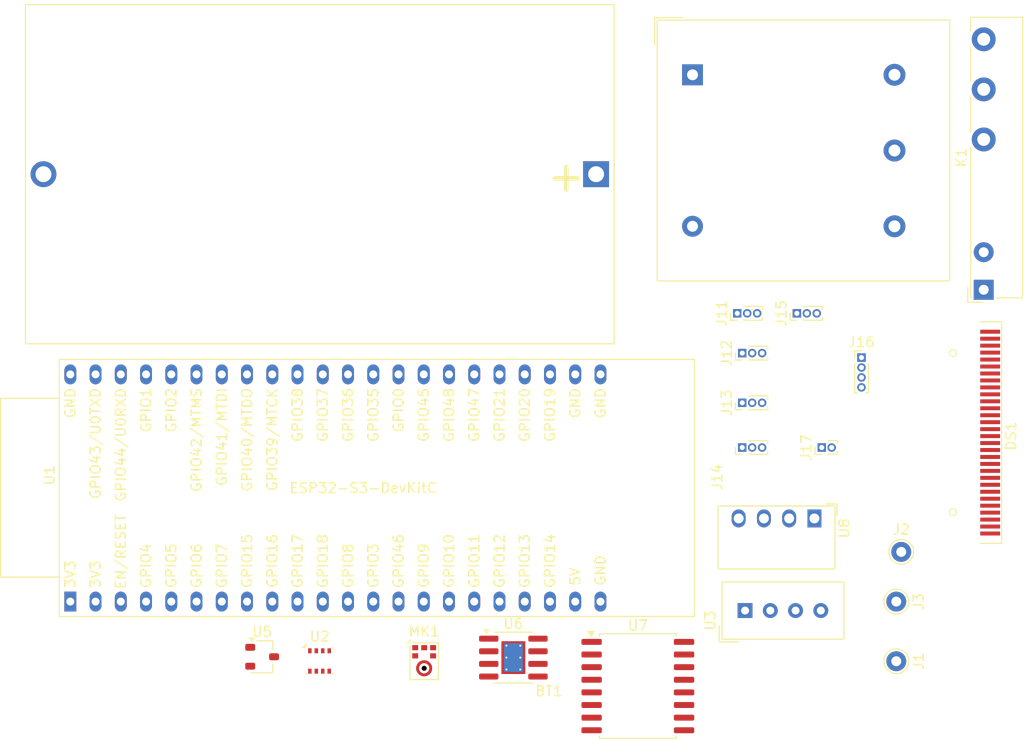
<source format=kicad_pcb>
(kicad_pcb (version 20241229) (generator "pcbnew") (generator_version "9.0")
  (layers (0 "F.Cu" signal) (2 "B.Cu" signal) (13 "F.Paste" user) (15 "B.Paste" user) (5 "F.SilkS" user "F.Silkscreen") (7 "B.SilkS" user "B.Silkscreen") (1 "F.Mask" user) (3 "B.Mask" user) (25 "Edge.Cuts" user))
  (net 0 "")
  (net 1 "Net-(DS1-BS0)")
  (net 2 "Net-(DS1-D0)")
  (net 3 "Net-(DS1-D5)")
  (net 4 "Net-(J17-Pin_1)")
  (net 5 "Net-(BT1--)")
  (net 6 "Net-(DS1-D2)")
  (net 7 "Net-(DS1-D7)")
  (net 8 "Net-(J17-Pin_2)")
  (net 9 "Net-(DS1-D4)")
  (net 10 "Net-(J14-Pin_2)")
  (net 11 "Net-(DS1-D1)")
  (net 12 "Net-(J12-Pin_2)")
  (net 14 "Net-(J15-Pin_2)")
  (net 15 "Net-(DS1-D3)")
  (net 16 "Net-(J13-Pin_2)")
  (net 17 "Net-(DS1-D6)")
  (net 18 "Net-(J16-Pin_2)")
  (net 19 "Net-(MK1-WS)")
  (net 20 "Net-(MK1-SD)")
  (net 21 "Net-(MK1-SCK)")
  (net 22 "Net-(BT1-+)")
  (net 24 "Net-(J11-Pin_2)")
  (net 25 "Net-(J15-Pin_3)")
  (net 26 "Net-(U1-GPIO36)")
  (net 27 "Net-(U1-GPIO21)")
  (net 28 "Net-(J16-Pin_3)")
  (net 29 "Net-(U1-GPIO38)")
  (net 30 "Net-(U1-GPIO18{slash}ADC2_CH7)")
  (net 31 "Net-(U1-GPIO35)")
  (net 32 "Net-(U1-GPIO45)")
  (net 33 "Net-(U1-GPIO37)")
  (net 36 "Net-(SC1-+)")
  (net 38 "Net-(U1-GPIO9{slash}ADC1_CH8)")
  (net 39 "Net-(U1-GPIO8{slash}ADC1_CH7)")
  (net 40 "Net-(U6-~{CHRG})")
  (footprint "Sensor:Aosong_DHT11_5.5x12.0_P2.54mm" (layer "F.Cu") (at 112.7875 82.9025 90)
    (property "Reference" "U3" (at -1 -3.5 90) (layer "F.SilkS"))
    (property "Value" "DHT11 Temp Sensor" (hide yes))
    (fp_line (start -3.16 -2.6) (end -1.55 -2.6) (stroke (width 0.12)) (layer "F.SilkS"))
    (fp_line (start -3.16 -2.6) (end -3.16 -0.6) (stroke (width 0.12)) (layer "F.SilkS"))
    (fp_line (start 2.88 -2.32) (end 2.88 9.94) (stroke (width 0.12)) (layer "F.SilkS"))
    (fp_line (start -2.87 -2.32) (end 2.87 -2.32) (stroke (width 0.12)) (layer "F.SilkS"))
    (fp_line (start 2.88 9.94) (end -2.88 9.94) (stroke (width 0.12)) (layer "F.SilkS"))
    (fp_line (start -2.88 9.94) (end -2.88 -2.31) (stroke (width 0.12)) (layer "F.SilkS"))
    (pad "1" thru_hole rect (at 0 0 90) (size 1.5 1.5) (drill 0.8) (layers "*.Cu" "*.Mask") (net 22 "Net-(BT1-+)"))
    (pad "2" thru_hole circle (at 0 2.54 90) (size 1.5 1.5) (drill 0.8) (layers "*.Cu" "*.Mask") (net 32 "Net-(U1-GPIO45)"))
    (pad "3" thru_hole circle (at 0 5.08 90) (size 1.5 1.5) (drill 0.8) (layers "*.Cu" "*.Mask"))
    (pad "4" thru_hole circle (at 0 7.62 90) (size 1.5 1.5) (drill 0.8) (layers "*.Cu" "*.Mask") (net 5 "Net-(BT1--)"))
  )
  (footprint "Sensor_Audio:InvenSense_ICS-43434-6_3.5x2.65mm" (layer "F.Cu") (at 80.5 88)
    (property "Reference" "MK1" (at 0 -3 0) (layer "F.SilkS"))
    (property "Value" "ICS-43434" (hide yes))
    (fp_line (start -1.425 1.85) (end -1.425 -1.55) (stroke (width 0.12)) (layer "F.SilkS"))
    (fp_line (start -1.125 -1.85) (end 1.425 -1.85) (stroke (width 0.12)) (layer "F.SilkS"))
    (fp_line (start 1.425 -1.85) (end 1.425 1.85) (stroke (width 0.12)) (layer "F.SilkS"))
    (fp_line (start 1.425 1.85) (end -1.425 1.85) (stroke (width 0.12)) (layer "F.SilkS"))
    (fp_poly (pts (xy -1.425 -1.85) (xy -1.705 -1.85) (xy -1.425 -2.13) (xy -1.425 -1.85)) (stroke (width 0.12)) (fill yes) (layer "F.SilkS"))
    (pad "" np_thru_hole circle (at 0 0.71) (size 0.5 0.5) (drill 0.5) (layers "*.Mask"))
    (pad "1" smd rect (at -0.9 -1.364) (size 0.6 0.522) (layers "F.Cu" "F.Mask") (net 19 "Net-(MK1-WS)"))
    (pad "2" smd rect (at -0.9 -0.542) (size 0.6 0.522) (layers "F.Cu" "F.Mask"))
    (pad "3" smd custom (at 0.6625 0.71 90) (size 0.3 0.3) (layers "F.Cu" "F.Mask") (net 5 "Net-(BT1--)") (options (clearance outline) (anchor circle)) (primitives (gr_circle (center 0 -0.6625) (end 0.6625 -0.6625) (width 0.3) (fill no))))
    (pad "4" smd rect (at 0.9 -0.542) (size 0.6 0.522) (layers "F.Cu" "F.Mask") (net 21 "Net-(MK1-SCK)"))
    (pad "5" smd rect (at 0.9 -1.364) (size 0.6 0.522) (layers "F.Cu" "F.Mask") (net 22 "Net-(BT1-+)"))
    (pad "6" smd rect (at 0 -1.364) (size 0.6 0.522) (layers "F.Cu" "F.Mask") (net 20 "Net-(MK1-SD)"))
  )
  (footprint "Battery:BatteryHolder_Bulgin_BX0036_1xC" (layer "F.Cu") (at 97.8 39 180)
    (property "Reference" "BT1" (at 4.75 -52 0) (layer "F.SilkS"))
    (property "Value" "Battery_Cell")
    (fp_line (start 57.41 -17.06) (end 57.41 17.06) (stroke (width 0.12)) (layer "F.SilkS"))
    (fp_line (start -1.81 17.06) (end 57.41 17.06) (stroke (width 0.12)) (layer "F.SilkS"))
    (fp_line (start -1.81 -17.06) (end 57.41 -17.06) (stroke (width 0.12)) (layer "F.SilkS"))
    (fp_line (start -1.81 -17.06) (end -1.81 17.06) (stroke (width 0.12)) (layer "F.SilkS"))
    (fp_text user "+" (at 3 -0.2 0) (layer "F.SilkS") (effects (font (size 3 3) (thickness 0.45))))
    (pad "" np_thru_hole circle (at 11.9 0 180) (size 3.8 3.8) (drill 3.8) (layers "*.Cu" "*.Mask"))
    (pad "" np_thru_hole circle (at 43.7 0 180) (size 3.8 3.8) (drill 3.8) (layers "*.Cu" "*.Mask"))
    (pad "1" thru_hole rect (at 0 0 180) (size 2.6 2.6) (drill 1.6) (layers "*.Cu" "*.Mask") (net 22 "Net-(BT1-+)"))
    (pad "2" thru_hole circle (at 55.6 0 180) (size 2.6 2.6) (drill 1.6) (layers "*.Cu" "*.Mask") (net 5 "Net-(BT1--)"))
  )
  (footprint "Connector_PinHeader_1.00mm:PinHeader_1x03_P1.00mm_Vertical" (layer "F.Cu") (at 112.5 62 90)
    (property "Reference" "J13" (at 0 -1.56 90) (layer "F.SilkS"))
    (property "Value" "Conn_01x03_Pin" (hide yes))
    (fp_line (start -0.695 -0.685) (end 0 -0.685) (stroke (width 0.12)) (layer "F.SilkS"))
    (fp_line (start -0.695 0) (end -0.695 -0.685) (stroke (width 0.12)) (layer "F.SilkS"))
    (fp_line (start 0.695 0.685) (end 0.695 2.56) (stroke (width 0.12)) (layer "F.SilkS"))
    (fp_line (start 0.608276 0.685) (end 0.695 0.685) (stroke (width 0.12)) (layer "F.SilkS"))
    (fp_line (start -0.695 0.685) (end -0.608276 0.685) (stroke (width 0.12)) (layer "F.SilkS"))
    (fp_line (start -0.695 0.685) (end -0.695 2.56) (stroke (width 0.12)) (layer "F.SilkS"))
    (fp_line (start 0.394493 2.56) (end 0.695 2.56) (stroke (width 0.12)) (layer "F.SilkS"))
    (fp_line (start -0.695 2.56) (end -0.394493 2.56) (stroke (width 0.12)) (layer "F.SilkS"))
    (pad "1" thru_hole rect (at 0 0 90) (size 0.85 0.85) (drill 0.5) (layers "*.Cu" "*.Mask") (net 5 "Net-(BT1--)"))
    (pad "2" thru_hole oval (at 0 1 90) (size 0.85 0.85) (drill 0.5) (layers "*.Cu" "*.Mask") (net 16 "Net-(J13-Pin_2)"))
    (pad "3" thru_hole oval (at 0 2 90) (size 0.85 0.85) (drill 0.5) (layers "*.Cu" "*.Mask") (net 1 "Net-(DS1-BS0)"))
  )
  (footprint "Package_SO:SOIC-16W_7.5x10.3mm_P1.27mm" (layer "F.Cu") (at 102 90.5)
    (property "Reference" "U7" (at 0 -6.1 0) (layer "F.SilkS"))
    (property "Value" "DS3231M - RTC" (hide yes))
    (fp_line (start -3.86 -5.26) (end -3.86 -5.005) (stroke (width 0.12)) (layer "F.SilkS"))
    (fp_line (start -3.86 5.26) (end -3.86 5.005) (stroke (width 0.12)) (layer "F.SilkS"))
    (fp_line (start 0 -5.26) (end -3.86 -5.26) (stroke (width 0.12)) (layer "F.SilkS"))
    (fp_line (start 0 -5.26) (end 3.86 -5.26) (stroke (width 0.12)) (layer "F.SilkS"))
    (fp_line (start 0 5.26) (end -3.86 5.26) (stroke (width 0.12)) (layer "F.SilkS"))
    (fp_line (start 0 5.26) (end 3.86 5.26) (stroke (width 0.12)) (layer "F.SilkS"))
    (fp_line (start 3.86 -5.26) (end 3.86 -5.005) (stroke (width 0.12)) (layer "F.SilkS"))
    (fp_line (start 3.86 5.26) (end 3.86 5.005) (stroke (width 0.12)) (layer "F.SilkS"))
    (fp_poly (pts (xy -4.7125 -5.005) (xy -5.0525 -5.475) (xy -4.3725 -5.475) (xy -4.7125 -5.005)) (stroke (width 0.12)) (fill yes) (layer "F.SilkS"))
    (pad "1" smd roundrect (at -4.65 -4.445) (size 2.05 0.6) (layers "F.Cu" "F.Mask" "F.Paste") (net 5 "Net-(BT1--)"))
    (pad "2" smd roundrect (at -4.65 -3.175) (size 2.05 0.6) (layers "F.Cu" "F.Mask" "F.Paste") (net 22 "Net-(BT1-+)"))
    (pad "3" smd roundrect (at -4.65 -1.905) (size 2.05 0.6) (layers "F.Cu" "F.Mask" "F.Paste") (net 22 "Net-(BT1-+)"))
    (pad "4" smd roundrect (at -4.65 -0.635) (size 2.05 0.6) (layers "F.Cu" "F.Mask" "F.Paste") (net 22 "Net-(BT1-+)"))
    (pad "5" smd roundrect (at -4.65 0.635) (size 2.05 0.6) (layers "F.Cu" "F.Mask" "F.Paste") (net 5 "Net-(BT1--)"))
    (pad "6" smd roundrect (at -4.65 1.905) (size 2.05 0.6) (layers "F.Cu" "F.Mask" "F.Paste") (net 5 "Net-(BT1--)"))
    (pad "7" smd roundrect (at -4.65 3.175) (size 2.05 0.6) (layers "F.Cu" "F.Mask" "F.Paste") (net 5 "Net-(BT1--)"))
    (pad "8" smd roundrect (at -4.65 4.445) (size 2.05 0.6) (layers "F.Cu" "F.Mask" "F.Paste") (net 5 "Net-(BT1--)"))
    (pad "9" smd roundrect (at 4.65 4.445) (size 2.05 0.6) (layers "F.Cu" "F.Mask" "F.Paste") (net 5 "Net-(BT1--)"))
    (pad "10" smd roundrect (at 4.65 3.175) (size 2.05 0.6) (layers "F.Cu" "F.Mask" "F.Paste") (net 5 "Net-(BT1--)"))
    (pad "11" smd roundrect (at 4.65 1.905) (size 2.05 0.6) (layers "F.Cu" "F.Mask" "F.Paste") (net 5 "Net-(BT1--)"))
    (pad "12" smd roundrect (at 4.65 0.635) (size 2.05 0.6) (layers "F.Cu" "F.Mask" "F.Paste") (net 5 "Net-(BT1--)"))
    (pad "13" smd roundrect (at 4.65 -0.635) (size 2.05 0.6) (layers "F.Cu" "F.Mask" "F.Paste") (net 5 "Net-(BT1--)"))
    (pad "14" smd roundrect (at 4.65 -1.905) (size 2.05 0.6) (layers "F.Cu" "F.Mask" "F.Paste") (net 12 "Net-(J12-Pin_2)"))
    (pad "15" smd roundrect (at 4.65 -3.175) (size 2.05 0.6) (layers "F.Cu" "F.Mask" "F.Paste") (net 27 "Net-(U1-GPIO21)"))
    (pad "16" smd roundrect (at 4.65 -4.445) (size 2.05 0.6) (layers "F.Cu" "F.Mask" "F.Paste") (net 31 "Net-(U1-GPIO35)"))
  )
  (footprint "Connector_PinHeader_1.00mm:PinHeader_1x03_P1.00mm_Vertical" (layer "F.Cu") (at 112 53 90)
    (property "Reference" "J11" (at 0 -1.56 90) (layer "F.SilkS"))
    (property "Value" "Conn_01x03_Pin Water Flow" (hide yes))
    (fp_line (start -0.695 -0.685) (end 0 -0.685) (stroke (width 0.12)) (layer "F.SilkS"))
    (fp_line (start -0.695 0) (end -0.695 -0.685) (stroke (width 0.12)) (layer "F.SilkS"))
    (fp_line (start 0.695 0.685) (end 0.695 2.56) (stroke (width 0.12)) (layer "F.SilkS"))
    (fp_line (start 0.608276 0.685) (end 0.695 0.685) (stroke (width 0.12)) (layer "F.SilkS"))
    (fp_line (start -0.695 0.685) (end -0.608276 0.685) (stroke (width 0.12)) (layer "F.SilkS"))
    (fp_line (start -0.695 0.685) (end -0.695 2.56) (stroke (width 0.12)) (layer "F.SilkS"))
    (fp_line (start 0.394493 2.56) (end 0.695 2.56) (stroke (width 0.12)) (layer "F.SilkS"))
    (fp_line (start -0.695 2.56) (end -0.394493 2.56) (stroke (width 0.12)) (layer "F.SilkS"))
    (pad "1" thru_hole rect (at 0 0 90) (size 0.85 0.85) (drill 0.5) (layers "*.Cu" "*.Mask") (net 5 "Net-(BT1--)"))
    (pad "2" thru_hole oval (at 0 1 90) (size 0.85 0.85) (drill 0.5) (layers "*.Cu" "*.Mask") (net 24 "Net-(J11-Pin_2)"))
    (pad "3" thru_hole oval (at 0 2 90) (size 0.85 0.85) (drill 0.5) (layers "*.Cu" "*.Mask") (net 22 "Net-(BT1-+)"))
  )
  (footprint "Package_SO:SOIC-8-1EP_3.9x4.9mm_P1.27mm_EP2.41x3.3mm_ThermalVias" (layer "F.Cu") (at 89.475 87.635)
    (property "Reference" "U6" (at 0 -3.4 0) (layer "F.SilkS"))
    (property "Value" "TP4056-42-ESOP8 - Battery Recharger" (hide yes))
    (fp_line (start 0 -2.56) (end -1.95 -2.56) (stroke (width 0.12)) (layer "F.SilkS"))
    (fp_line (start 0 -2.56) (end 1.95 -2.56) (stroke (width 0.12)) (layer "F.SilkS"))
    (fp_line (start 0 2.56) (end -1.95 2.56) (stroke (width 0.12)) (layer "F.SilkS"))
    (fp_line (start 0 2.56) (end 1.95 2.56) (stroke (width 0.12)) (layer "F.SilkS"))
    (fp_poly (pts (xy -2.7 -2.465) (xy -2.94 -2.795) (xy -2.46 -2.795) (xy -2.7 -2.465)) (stroke (width 0.12)) (fill yes) (layer "F.SilkS"))
    (pad "1" smd roundrect (at -2.475 -1.905) (size 1.95 0.6) (layers "F.Cu" "F.Mask" "F.Paste") (net 5 "Net-(BT1--)"))
    (pad "2" smd roundrect (at -2.475 -0.635) (size 1.95 0.6) (layers "F.Cu" "F.Mask" "F.Paste") (net 5 "Net-(BT1--)"))
    (pad "3" smd roundrect (at -2.475 0.635) (size 1.95 0.6) (layers "F.Cu" "F.Mask" "F.Paste") (net 5 "Net-(BT1--)"))
    (pad "4" smd roundrect (at -2.475 1.905) (size 1.95 0.6) (layers "F.Cu" "F.Mask" "F.Paste") (net 36 "Net-(SC1-+)"))
    (pad "5" smd roundrect (at 2.475 1.905) (size 1.95 0.6) (layers "F.Cu" "F.Mask" "F.Paste") (net 22 "Net-(BT1-+)"))
    (pad "6" smd roundrect (at 2.475 0.635) (size 1.95 0.6) (layers "F.Cu" "F.Mask" "F.Paste") (net 40 "Net-(U6-~{CHRG})"))
    (pad "7" smd roundrect (at 2.475 -0.635) (size 1.95 0.6) (layers "F.Cu" "F.Mask" "F.Paste") (net 40 "Net-(U6-~{CHRG})"))
    (pad "8" smd roundrect (at 2.475 -1.905) (size 1.95 0.6) (layers "F.Cu" "F.Mask" "F.Paste") (net 22 "Net-(BT1-+)"))
    (pad "9" thru_hole circle (at -0.7 -1.2) (size 0.5 0.5) (drill 0.2) (property pad_prop_heatsink) (layers "*.Cu"))
    (pad "9" thru_hole circle (at -0.7 0) (size 0.5 0.5) (drill 0.2) (property pad_prop_heatsink) (layers "*.Cu"))
    (pad "9" thru_hole circle (at -0.7 1.2) (size 0.5 0.5) (drill 0.2) (property pad_prop_heatsink) (layers "*.Cu"))
    (pad "9" smd rect (at 0 0) (size 1.9 2.9) (property pad_prop_heatsink) (layers "B.Cu"))
    (pad "9" smd rect (at 0 0) (size 2.41 3.3) (property pad_prop_heatsink) (layers "F.Cu" "F.Mask"))
    (pad "9" thru_hole circle (at 0.7 -1.2) (size 0.5 0.5) (drill 0.2) (property pad_prop_heatsink) (layers "*.Cu"))
    (pad "9" thru_hole circle (at 0.7 0) (size 0.5 0.5) (drill 0.2) (property pad_prop_heatsink) (layers "*.Cu"))
    (pad "9" thru_hole circle (at 0.7 1.2) (size 0.5 0.5) (drill 0.2) (property pad_prop_heatsink) (layers "*.Cu"))
  )
  (footprint "Connector_Pin:Pin_D1.0mm_L10.0mm" (layer "F.Cu") (at 128 88 90)
    (property "Reference" "J1" (at 0 2.25 90) (layer "F.SilkS"))
    (property "Value" "Conn_01x10_Pin 5V" (hide yes))
    (fp_circle (center 0 0) (end 1.25 0.05) (stroke (width 0.12)) (fill no) (layer "F.SilkS"))
    (pad "1" thru_hole circle (at 0 0 90) (size 2 2) (drill 1) (layers "*.Cu" "*.Mask") (net 1 "Net-(DS1-BS0)"))
  )
  (footprint "PCM_Espressif:ESP32-S3-DevKitC" (layer "F.Cu") (at 44.9 82 90)
    (property "Reference" "U1" (at 12.7 -2.1 90) (layer "F.SilkS"))
    (property "Value" "ESP32-S3-DevKitC" (at 11.42632 29.46128 0) (layer "F.SilkS"))
    (fp_line (start 20.44332 -7.01312) (end 20.44332 -1.12032) (stroke (width 0.12)) (layer "F.SilkS"))
    (fp_line (start 2.46012 -7.01312) (end 20.44332 -7.01312) (stroke (width 0.12)) (layer "F.SilkS"))
    (fp_line (start 2.46012 -1.12032) (end 2.46012 -7.01312) (stroke (width 0.12)) (layer "F.SilkS"))
    (fp_line (start 24.36 -1.1) (end -1.499999 -1.1) (stroke (width 0.12)) (layer "F.SilkS"))
    (fp_line (start -1.499999 -1.1) (end -1.5 62.79728) (stroke (width 0.12)) (layer "F.SilkS"))
    (fp_line (start 24.359999 62.79728) (end 24.36 -1.1) (stroke (width 0.12)) (layer "F.SilkS"))
    (fp_line (start -1.5 62.79728) (end 24.359999 62.79728) (stroke (width 0.12)) (layer "F.SilkS"))
    (fp_text user "GPIO5" (at 1.27 10.16 90) (layer "F.SilkS") (effects (justify left)))
    (fp_text user "GPIO47" (at 21.59 40.64 90) (layer "F.SilkS") (effects (justify right)))
    (fp_text user "EN/RESET" (at 8.88632 5.07728 90) (layer "F.SilkS") (effects (justify right)))
    (fp_text user "GPIO7" (at 1.27 15.24 90) (layer "F.SilkS") (effects (justify left)))
    (fp_text user "GPIO10" (at 1.27 38.1 90) (layer "F.SilkS") (effects (justify left)))
    (fp_text user "GPIO3" (at 1.27 30.48 90) (layer "F.SilkS") (effects (justify left)))
    (fp_text user "GPIO41/MTDI" (at 21.59 15.24 90) (layer "F.SilkS") (effects (justify right)))
    (fp_text user "GPIO0" (at 21.59 33.02 90) (layer "F.SilkS") (effects (justify right)))
    (fp_text user "GPIO42/MTMS" (at 21.59 12.7 90) (layer "F.SilkS") (effects (justify right)))
    (fp_text user "3V3" (at 1.27 2.54 90) (layer "F.SilkS") (effects (justify left)))
    (fp_text user "GPIO13" (at 1.27 45.72 90) (layer "F.SilkS") (effects (justify left)))
    (fp_text user "GPIO1" (at 21.59 7.62 90) (layer "F.SilkS") (effects (justify right)))
    (fp_text user "GPIO12" (at 1.27 43.18 90) (layer "F.SilkS") (effects (justify left)))
    (fp_text user "GPIO8" (at 1.27 27.94 90) (layer "F.SilkS") (effects (justify left)))
    (fp_text user "GPIO18" (at 1.27 25.4 90) (layer "F.SilkS") (effects (justify left)))
    (fp_text user "GPIO14" (at 1.27 48.26 90) (layer "F.SilkS") (effects (justify left)))
    (fp_text user "GPIO9" (at 1.27 35.56 90) (layer "F.SilkS") (effects (justify left)))
    (fp_text user "GPIO35" (at 21.59 30.48 90) (layer "F.SilkS") (effects (justify right)))
    (fp_text user "GND" (at 21.59 0 90) (layer "F.SilkS") (effects (justify right)))
    (fp_text user "GND" (at 1.52032 53.33728 90) (layer "F.SilkS") (effects (justify left)))
    (fp_text user "GPIO2" (at 21.59 10.16 90) (layer "F.SilkS") (effects (justify right)))
    (fp_text user "GPIO6" (at 1.27 12.7 90) (layer "F.SilkS") (effects (justify left)))
    (fp_text user "GPIO38" (at 21.59 22.86 90) (layer "F.SilkS") (effects (justify right)))
    (fp_text user "GND" (at 21.59 50.8 90) (layer "F.SilkS") (effects (justify right)))
    (fp_text user "5V" (at 1.52032 50.79728 90) (layer "F.SilkS") (effects (justify left)))
    (fp_text user "GPIO37" (at 21.59 25.4 90) (layer "F.SilkS") (effects (justify right)))
    (fp_text user "GPIO19" (at 21.59 48.26 90) (layer "F.SilkS") (effects (justify right)))
    (fp_text user "GND" (at 21.59 53.34 90) (layer "F.SilkS") (effects (justify right)))
    (fp_text user "GPIO43/U0TXD" (at 21.59 2.54 90) (layer "F.SilkS") (effects (justify right)))
    (fp_text user "GPIO4" (at 1.27 7.62 90) (layer "F.SilkS") (effects (justify left)))
    (fp_text user "GPIO48" (at 21.59 38.1 90) (layer "F.SilkS") (effects (justify right)))
    (fp_text user "GPIO39/MTCK" (at 21.59 20.32 90) (layer "F.SilkS") (effects (justify right)))
    (fp_text user "GPIO11" (at 1.27 40.64 90) (layer "F.SilkS") (effects (justify left)))
    (fp_text user "GPIO20" (at 21.59 45.72 90) (layer "F.SilkS") (effects (justify right)))
    (fp_text user "GPIO45" (at 21.59 35.56 90) (layer "F.SilkS") (effects (justify right)))
    (fp_text user "GPIO40/MTDO" (at 21.59 17.78 90) (layer "F.SilkS") (effects (justify right)))
    (fp_text user "GPIO44/U0RXD" (at 21.59 5.08 90) (layer "F.SilkS") (effects (justify right)))
    (fp_text user "GPIO46" (at 1.27 33.02 90) (layer "F.SilkS") (effects (justify left)))
    (fp_text user "GPIO15" (at 1.27 17.78 90) (layer "F.SilkS") (effects (justify left)))
    (fp_text user "GPIO36" (at 21.59 27.94 90) (layer "F.SilkS") (effects (justify right)))
    (fp_text user "GPIO21" (at 21.59 43.18 90) (layer "F.SilkS") (effects (justify right)))
    (fp_text user "GPIO16" (at 1.27 20.32 90) (layer "F.SilkS") (effects (justify left)))
    (fp_text user "3V3" (at 1.27 0 90) (layer "F.SilkS") (effects (justify left)))
    (fp_text user "GPIO17" (at 1.27 22.86 90) (layer "F.SilkS") (effects (justify left)))
    (pad "1" thru_hole rect (at 0 0) (size 1.2 2) (drill 0.8) (layers "*.Cu" "*.Mask") (net 22 "Net-(BT1-+)"))
    (pad "2" thru_hole oval (at 0 2.54) (size 1.2 2) (drill 0.8) (layers "*.Cu" "*.Mask") (net 22 "Net-(BT1-+)"))
    (pad "3" thru_hole oval (at 0 5.08) (size 1.2 2) (drill 0.8) (layers "*.Cu" "*.Mask") (net 5 "Net-(BT1--)"))
    (pad "4" thru_hole oval (at 0 7.62) (size 1.2 2) (drill 0.8) (layers "*.Cu" "*.Mask") (net 9 "Net-(DS1-D4)"))
    (pad "5" thru_hole oval (at 0 10.16) (size 1.2 2) (drill 0.8) (layers "*.Cu" "*.Mask") (net 3 "Net-(DS1-D5)"))
    (pad "6" thru_hole oval (at 0 12.7) (size 1.2 2) (drill 0.8) (layers "*.Cu" "*.Mask") (net 17 "Net-(DS1-D6)"))
    (pad "7" thru_hole oval (at 0 15.24) (size 1.2 2) (drill 0.8) (layers "*.Cu" "*.Mask") (net 7 "Net-(DS1-D7)"))
    (pad "8" thru_hole oval (at 0 17.78) (size 1.2 2) (drill 0.8) (layers "*.Cu" "*.Mask") (net 5 "Net-(BT1--)"))
    (pad "9" thru_hole oval (at 0 20.32) (size 1.2 2) (drill 0.8) (layers "*.Cu" "*.Mask") (net 5 "Net-(BT1--)"))
    (pad "10" thru_hole oval (at 0 22.86) (size 1.2 2) (drill 0.8) (layers "*.Cu" "*.Mask") (net 24 "Net-(J11-Pin_2)"))
    (pad "11" thru_hole oval (at 0 25.4) (size 1.2 2) (drill 0.8) (layers "*.Cu" "*.Mask") (net 30 "Net-(U1-GPIO18{slash}ADC2_CH7)"))
    (pad "12" thru_hole oval (at 0 27.94) (size 1.2 2) (drill 0.8) (layers "*.Cu" "*.Mask") (net 39 "Net-(U1-GPIO8{slash}ADC1_CH7)"))
    (pad "13" thru_hole oval (at 0 30.48) (size 1.2 2) (drill 0.8) (layers "*.Cu" "*.Mask") (net 15 "Net-(DS1-D3)"))
    (pad "14" thru_hole oval (at 0 33.02) (size 1.2 2) (drill 0.8) (layers "*.Cu" "*.Mask") (net 19 "Net-(MK1-WS)"))
    (pad "15" thru_hole oval (at 0 35.56) (size 1.2 2) (drill 0.8) (layers "*.Cu" "*.Mask") (net 38 "Net-(U1-GPIO9{slash}ADC1_CH8)"))
    (pad "16" thru_hole oval (at 0 38.1) (size 1.2 2) (drill 0.8) (layers "*.Cu" "*.Mask") (net 14 "Net-(J15-Pin_2)"))
    (pad "17" thru_hole oval (at 0 40.64) (size 1.2 2) (drill 0.8) (layers "*.Cu" "*.Mask") (net 25 "Net-(J15-Pin_3)"))
    (pad "18" thru_hole oval (at 0 43.18) (size 1.2 2) (drill 0.8) (layers "*.Cu" "*.Mask") (net 10 "Net-(J14-Pin_2)"))
    (pad "19" thru_hole oval (at 0 45.72) (size 1.2 2) (drill 0.8) (layers "*.Cu" "*.Mask") (net 16 "Net-(J13-Pin_2)"))
    (pad "20" thru_hole oval (at -0.00368 48.25728) (size 1.2 2) (drill 0.8) (layers "*.Cu" "*.Mask") (net 12 "Net-(J12-Pin_2)"))
    (pad "21" thru_hole oval (at -0.00368 50.79728) (size 1.2 2) (drill 0.8) (layers "*.Cu" "*.Mask") (net 22 "Net-(BT1-+)"))
    (pad "22" thru_hole oval (at -0.00368 53.33728) (size 1.2 2) (drill 0.8) (layers "*.Cu" "*.Mask") (net 5 "Net-(BT1--)"))
    (pad "23" thru_hole oval (at 22.86 53.34) (size 1.2 2) (drill 0.8) (layers "*.Cu" "*.Mask") (net 5 "Net-(BT1--)"))
    (pad "24" thru_hole oval (at 22.86 50.8) (size 1.2 2) (drill 0.8) (layers "*.Cu" "*.Mask") (net 5 "Net-(BT1--)"))
    (pad "25" thru_hole oval (at 22.86 48.26) (size 1.2 2) (drill 0.8) (layers "*.Cu" "*.Mask") (net 5 "Net-(BT1--)"))
    (pad "26" thru_hole oval (at 22.86 45.72) (size 1.2 2) (drill 0.8) (layers "*.Cu" "*.Mask") (net 5 "Net-(BT1--)"))
    (pad "27" thru_hole oval (at 22.86 43.18) (size 1.2 2) (drill 0.8) (layers "*.Cu" "*.Mask") (net 27 "Net-(U1-GPIO21)"))
    (pad "28" thru_hole oval (at 22.86 40.64) (size 1.2 2) (drill 0.8) (layers "*.Cu" "*.Mask") (net 21 "Net-(MK1-SCK)"))
    (pad "29" thru_hole oval (at 22.86 38.1) (size 1.2 2) (drill 0.8) (layers "*.Cu" "*.Mask") (net 20 "Net-(MK1-SD)"))
    (pad "30" thru_hole oval (at 22.86 35.56) (size 1.2 2) (drill 0.8) (layers "*.Cu" "*.Mask") (net 32 "Net-(U1-GPIO45)"))
    (pad "31" thru_hole oval (at 22.86 33.02) (size 1.2 2) (drill 0.8) (layers "*.Cu" "*.Mask") (net 2 "Net-(DS1-D0)"))
    (pad "32" thru_hole oval (at 22.86 30.48) (size 1.2 2) (drill 0.8) (layers "*.Cu" "*.Mask") (net 31 "Net-(U1-GPIO35)"))
    (pad "33" thru_hole oval (at 22.86 27.94) (size 1.2 2) (drill 0.8) (layers "*.Cu" "*.Mask") (net 26 "Net-(U1-GPIO36)"))
    (pad "34" thru_hole oval (at 22.86 25.4) (size 1.2 2) (drill 0.8) (layers "*.Cu" "*.Mask") (net 33 "Net-(U1-GPIO37)"))
    (pad "35" thru_hole oval (at 22.86 22.86) (size 1.2 2) (drill 0.8) (layers "*.Cu" "*.Mask") (net 29 "Net-(U1-GPIO38)"))
    (pad "36" thru_hole oval (at 22.86 20.32) (size 1.2 2) (drill 0.8) (layers "*.Cu" "*.Mask") (net 28 "Net-(J16-Pin_3)"))
    (pad "37" thru_hole oval (at 22.86 17.78) (size 1.2 2) (drill 0.8) (layers "*.Cu" "*.Mask") (net 18 "Net-(J16-Pin_2)"))
    (pad "38" thru_hole oval (at 22.86 15.24) (size 1.2 2) (drill 0.8) (layers "*.Cu" "*.Mask") (net 5 "Net-(BT1--)"))
    (pad "39" thru_hole oval (at 22.86 12.7) (size 1.2 2) (drill 0.8) (layers "*.Cu" "*.Mask") (net 5 "Net-(BT1--)"))
    (pad "40" thru_hole oval (at 22.86 10.16) (size 1.2 2) (drill 0.8) (layers "*.Cu" "*.Mask") (net 6 "Net-(DS1-D2)"))
    (pad "41" thru_hole oval (at 22.86 7.62) (size 1.2 2) (drill 0.8) (layers "*.Cu" "*.Mask") (net 11 "Net-(DS1-D1)"))
    (pad "42" thru_hole oval (at 22.86 5.08) (size 1.2 2) (drill 0.8) (layers "*.Cu" "*.Mask") (net 5 "Net-(BT1--)"))
    (pad "43" thru_hole oval (at 22.86 2.54) (size 1.2 2) (drill 0.8) (layers "*.Cu" "*.Mask") (net 5 "Net-(BT1--)"))
    (pad "44" thru_hole oval (at 22.86 0) (size 1.2 2) (drill 0.8) (layers "*.Cu" "*.Mask") (net 5 "Net-(BT1--)"))
  )
  (footprint "Sensor_Voltage:LEM_LV25-P" (layer "F.Cu") (at 107.5 29)
    (property "Reference" "VoltageSensorU6" (hide yes))
    (property "Value" "LV25-P")
    (fp_line (start -3.81 -5.75) (end -3.81 -3) (stroke (width 0.12)) (layer "F.SilkS"))
    (fp_line (start -3.81 -5.75) (end -1 -5.75) (stroke (width 0.12)) (layer "F.SilkS"))
    (fp_line (start -3.56 -5.5) (end 25.88 -5.5) (stroke (width 0.12)) (layer "F.SilkS"))
    (fp_line (start -3.56 20.74) (end -3.56 -5.5) (stroke (width 0.12)) (layer "F.SilkS"))
    (fp_line (start 25.88 -5.5) (end 25.88 20.74) (stroke (width 0.12)) (layer "F.SilkS"))
    (fp_line (start 25.88 20.74) (end -3.56 20.74) (stroke (width 0.12)) (layer "F.SilkS"))
    (pad "1" thru_hole rect (at 0 0) (size 2.1 2.1) (drill 1.1) (layers "*.Cu" "*.Mask") (net 1 "Net-(DS1-BS0)"))
    (pad "3" thru_hole circle (at 0 15.24) (size 2.1 2.1) (drill 1.1) (layers "*.Cu" "*.Mask") (net 5 "Net-(BT1--)"))
    (pad "4" thru_hole circle (at 20.32 15.24) (size 2.2 2.2) (drill 1.2) (layers "*.Cu" "*.Mask") (net 30 "Net-(U1-GPIO18{slash}ADC2_CH7)"))
    (pad "5" thru_hole circle (at 20.32 7.62) (size 2.2 2.2) (drill 1.2) (layers "*.Cu" "*.Mask"))
    (pad "6" thru_hole circle (at 20.32 0) (size 2.2 2.2) (drill 1.2) (layers "*.Cu" "*.Mask") (net 5 "Net-(BT1--)"))
  )
  (footprint "Connector_Pin:Pin_D1.0mm_L10.0mm" (layer "F.Cu") (at 128 82 90)
    (property "Reference" "J3" (at 0 2.25 90) (layer "F.SilkS"))
    (property "Value" "Conn_01x10_Pin GND" (hide yes))
    (fp_circle (center 0 0) (end 1.25 0.05) (stroke (width 0.12)) (fill no) (layer "F.SilkS"))
    (pad "1" thru_hole circle (at 0 0 90) (size 2 2) (drill 1) (layers "*.Cu" "*.Mask") (net 5 "Net-(BT1--)"))
  )
  (footprint "Package_TO_SOT_SMD:SOT-23W" (layer "F.Cu") (at 64.2 87.55)
    (property "Reference" "U5" (at 0 -2.5 0) (layer "F.SilkS"))
    (property "Value" "A1101ELHL Hall Effect" (hide yes))
    (fp_line (start -1.075 1.61) (end 1.075 1.61) (stroke (width 0.12)) (layer "F.SilkS"))
    (fp_line (start -0.525 -1.61) (end 1.075 -1.61) (stroke (width 0.12)) (layer "F.SilkS"))
    (fp_line (start 1.075 -1.61) (end 1.075 -0.7) (stroke (width 0.12)) (layer "F.SilkS"))
    (fp_line (start 1.075 0.7) (end 1.075 1.61) (stroke (width 0.12)) (layer "F.SilkS"))
    (fp_poly (pts (xy -1.025 -1.56) (xy -1.265 -1.89) (xy -0.785 -1.89) (xy -1.025 -1.56)) (stroke (width 0.12)) (fill yes) (layer "F.SilkS"))
    (pad "1" smd roundrect (at -1.2 -0.95) (size 1 0.7) (layers "F.Cu" "F.Mask" "F.Paste") (net 22 "Net-(BT1-+)"))
    (pad "2" smd roundrect (at -1.2 0.95) (size 1 0.7) (layers "F.Cu" "F.Mask" "F.Paste") (net 26 "Net-(U1-GPIO36)"))
    (pad "3" smd roundrect (at 1.2 0) (size 1 0.7) (layers "F.Cu" "F.Mask" "F.Paste") (net 5 "Net-(BT1--)"))
  )
  (footprint "Connector_PinHeader_1.00mm:PinHeader_1x04_P1.00mm_Vertical" (layer "F.Cu") (at 124.5 57.45)
    (property "Reference" "J16" (at 0 -1.56 0) (layer "F.SilkS"))
    (property "Value" "Conn_01x04_Pin Soil Humidity" (hide yes))
    (fp_line (start -0.695 -0.685) (end 0 -0.685) (stroke (width 0.12)) (layer "F.SilkS"))
    (fp_line (start -0.695 0) (end -0.695 -0.685) (stroke (width 0.12)) (layer "F.SilkS"))
    (fp_line (start -0.695 0.685) (end -0.695 3.56) (stroke (width 0.12)) (layer "F.SilkS"))
    (fp_line (start -0.695 0.685) (end -0.608276 0.685) (stroke (width 0.12)) (layer "F.SilkS"))
    (fp_line (start -0.695 3.56) (end -0.394493 3.56) (stroke (width 0.12)) (layer "F.SilkS"))
    (fp_line (start 0.394493 3.56) (end 0.695 3.56) (stroke (width 0.12)) (layer "F.SilkS"))
    (fp_line (start 0.608276 0.685) (end 0.695 0.685) (stroke (width 0.12)) (layer "F.SilkS"))
    (fp_line (start 0.695 0.685) (end 0.695 3.56) (stroke (width 0.12)) (layer "F.SilkS"))
    (pad "1" thru_hole rect (at 0 0) (size 0.85 0.85) (drill 0.5) (layers "*.Cu" "*.Mask") (net 5 "Net-(BT1--)"))
    (pad "2" thru_hole oval (at 0 1) (size 0.85 0.85) (drill 0.5) (layers "*.Cu" "*.Mask") (net 18 "Net-(J16-Pin_2)"))
    (pad "3" thru_hole oval (at 0 2) (size 0.85 0.85) (drill 0.5) (layers "*.Cu" "*.Mask") (net 28 "Net-(J16-Pin_3)"))
    (pad "4" thru_hole oval (at 0 3) (size 0.85 0.85) (drill 0.5) (layers "*.Cu" "*.Mask") (net 22 "Net-(BT1-+)"))
  )
  (footprint "Connector_PinHeader_1.00mm:PinHeader_1x03_P1.00mm_Vertical" (layer "F.Cu") (at 112.5 66.5 90)
    (property "Reference" "J14" (at -3 -2.51 90) (layer "F.SilkS"))
    (property "Value" "Conn_01x03_Pin Sound" (hide yes))
    (fp_line (start -0.695 -0.685) (end 0 -0.685) (stroke (width 0.12)) (layer "F.SilkS"))
    (fp_line (start -0.695 0) (end -0.695 -0.685) (stroke (width 0.12)) (layer "F.SilkS"))
    (fp_line (start 0.695 0.685) (end 0.695 2.56) (stroke (width 0.12)) (layer "F.SilkS"))
    (fp_line (start 0.608276 0.685) (end 0.695 0.685) (stroke (width 0.12)) (layer "F.SilkS"))
    (fp_line (start -0.695 0.685) (end -0.608276 0.685) (stroke (width 0.12)) (layer "F.SilkS"))
    (fp_line (start -0.695 0.685) (end -0.695 2.56) (stroke (width 0.12)) (layer "F.SilkS"))
    (fp_line (start 0.394493 2.56) (end 0.695 2.56) (stroke (width 0.12)) (layer "F.SilkS"))
    (fp_line (start -0.695 2.56) (end -0.394493 2.56) (stroke (width 0.12)) (layer "F.SilkS"))
    (pad "1" thru_hole rect (at 0 0 90) (size 0.85 0.85) (drill 0.5) (layers "*.Cu" "*.Mask") (net 5 "Net-(BT1--)"))
    (pad "2" thru_hole oval (at 0 1 90) (size 0.85 0.85) (drill 0.5) (layers "*.Cu" "*.Mask") (net 10 "Net-(J14-Pin_2)"))
    (pad "3" thru_hole oval (at 0 2 90) (size 0.85 0.85) (drill 0.5) (layers "*.Cu" "*.Mask") (net 1 "Net-(DS1-BS0)"))
  )
  (footprint "Connector_Pin:Pin_D1.0mm_L10.0mm" (layer "F.Cu") (at 128.5 77 180)
    (property "Reference" "J2" (at 0 2.25 0) (layer "F.SilkS"))
    (property "Value" "Conn_01x10_Pin 3.3V" (hide yes))
    (fp_circle (center 0 0) (end 1.25 0.05) (stroke (width 0.12)) (fill no) (layer "F.SilkS"))
    (pad "1" thru_hole circle (at 0 0 180) (size 2 2) (drill 1) (layers "*.Cu" "*.Mask") (net 22 "Net-(BT1-+)"))
  )
  (footprint "Relay_THT:Relay_SPDT_Fujitsu_FTR-LYCA005x_FormC_Vertical" (layer "F.Cu") (at 136.7975 50.6275 90)
    (property "Reference" "K1" (at 13.3 -2.25 90) (layer "F.SilkS"))
    (property "Value" "Fujitsu_FTR-LYCA005x" (hide yes))
    (fp_line (start -1.26 -1.61) (end 0.24 -1.61) (stroke (width 0.12)) (layer "F.SilkS"))
    (fp_line (start 26 -1.31) (end 27.41 -1.31) (stroke (width 0.12)) (layer "F.SilkS"))
    (fp_line (start 20.94 -1.31) (end 24.42 -1.31) (stroke (width 0.12)) (layer "F.SilkS"))
    (fp_line (start 15.87 -1.31) (end 19.4 -1.31) (stroke (width 0.12)) (layer "F.SilkS"))
    (fp_line (start 14.35 -1.31) (end -0.81 -1.31) (stroke (width 0.12)) (layer "F.SilkS"))
    (fp_line (start -1.26 -0.11) (end -1.26 -1.61) (stroke (width 0.12)) (layer "F.SilkS"))
    (fp_line (start 27.41 3.91) (end 27.41 -1.31) (stroke (width 0.12)) (layer "F.SilkS"))
    (fp_line (start -0.81 3.91) (end -0.81 1.3) (stroke (width 0.12)) (layer "F.SilkS"))
    (fp_line (start -0.81 3.91) (end 27.41 3.91) (stroke (width 0.12)) (layer "F.SilkS"))
    (pad "11" thru_hole circle (at 20.16 0 90) (size 2.4 2.4) (drill 1.3) (layers "*.Cu" "*.Mask") (net 1 "Net-(DS1-BS0)"))
    (pad "12" thru_hole circle (at 15.12 0 90) (size 2.4 2.4) (drill 1.3) (layers "*.Cu" "*.Mask") (net 4 "Net-(J17-Pin_1)"))
    (pad "14" thru_hole circle (at 25.2 0 90) (size 2.4 2.4) (drill 1.3) (layers "*.Cu" "*.Mask") (net 8 "Net-(J17-Pin_2)"))
    (pad "A1" thru_hole rect (at 0 0 90) (size 2 2) (drill 1) (layers "*.Cu" "*.Mask") (net 39 "Net-(U1-GPIO8{slash}ADC1_CH7)"))
    (pad "A2" thru_hole circle (at 3.78 0 90) (size 2 2) (drill 1) (layers "*.Cu" "*.Mask") (net 38 "Net-(U1-GPIO9{slash}ADC1_CH8)"))
  )
  (footprint "Connector_PinHeader_1.00mm:PinHeader_1x03_P1.00mm_Vertical" (layer "F.Cu") (at 118 53 90)
    (property "Reference" "J15" (at 0 -1.56 90) (layer "F.SilkS"))
    (property "Value" "Conn_01x04_Pin Rain" (hide yes))
    (fp_line (start -0.695 -0.685) (end 0 -0.685) (stroke (width 0.12)) (layer "F.SilkS"))
    (fp_line (start -0.695 0) (end -0.695 -0.685) (stroke (width 0.12)) (layer "F.SilkS"))
    (fp_line (start 0.695 0.685) (end 0.695 2.56) (stroke (width 0.12)) (layer "F.SilkS"))
    (fp_line (start 0.608276 0.685) (end 0.695 0.685) (stroke (width 0.12)) (layer "F.SilkS"))
    (fp_line (start -0.695 0.685) (end -0.608276 0.685) (stroke (width 0.12)) (layer "F.SilkS"))
    (fp_line (start -0.695 0.685) (end -0.695 2.56) (stroke (width 0.12)) (layer "F.SilkS"))
    (fp_line (start 0.394493 2.56) (end 0.695 2.56) (stroke (width 0.12)) (layer "F.SilkS"))
    (fp_line (start -0.695 2.56) (end -0.394493 2.56) (stroke (width 0.12)) (layer "F.SilkS"))
    (pad "1" thru_hole rect (at 0 0 90) (size 0.85 0.85) (drill 0.5) (layers "*.Cu" "*.Mask") (net 5 "Net-(BT1--)"))
    (pad "2" thru_hole oval (at 0 1 90) (size 0.85 0.85) (drill 0.5) (layers "*.Cu" "*.Mask") (net 14 "Net-(J15-Pin_2)"))
    (pad "3" thru_hole oval (at 0 2 90) (size 0.85 0.85) (drill 0.5) (layers "*.Cu" "*.Mask") (net 25 "Net-(J15-Pin_3)"))
  )
  (footprint "Connector_PinHeader_1.00mm:PinHeader_1x02_P1.00mm_Vertical" (layer "F.Cu") (at 120.5 66.5 90)
    (property "Reference" "J17" (at 0 -1.56 90) (layer "F.SilkS"))
    (property "Value" "Conn_01x02_Pin" (hide yes))
    (fp_line (start -0.695 -0.685) (end 0 -0.685) (stroke (width 0.12)) (layer "F.SilkS"))
    (fp_line (start -0.695 0) (end -0.695 -0.685) (stroke (width 0.12)) (layer "F.SilkS"))
    (fp_line (start 0.695 0.685) (end 0.695 1.56) (stroke (width 0.12)) (layer "F.SilkS"))
    (fp_line (start 0.608276 0.685) (end 0.695 0.685) (stroke (width 0.12)) (layer "F.SilkS"))
    (fp_line (start -0.695 0.685) (end -0.608276 0.685) (stroke (width 0.12)) (layer "F.SilkS"))
    (fp_line (start -0.695 0.685) (end -0.695 1.56) (stroke (width 0.12)) (layer "F.SilkS"))
    (fp_line (start 0.394493 1.56) (end 0.695 1.56) (stroke (width 0.12)) (layer "F.SilkS"))
    (fp_line (start -0.695 1.56) (end -0.394493 1.56) (stroke (width 0.12)) (layer "F.SilkS"))
    (pad "1" thru_hole rect (at 0 0 90) (size 0.85 0.85) (drill 0.5) (layers "*.Cu" "*.Mask") (net 4 "Net-(J17-Pin_1)"))
    (pad "2" thru_hole oval (at 0 1 90) (size 0.85 0.85) (drill 0.5) (layers "*.Cu" "*.Mask") (net 8 "Net-(J17-Pin_2)"))
  )
  (footprint "Package_LGA:Bosch_LGA-8_2.5x2.5mm_P0.65mm_ClockwisePinNumbering" (layer "F.Cu") (at 69.975 87.975)
    (property "Reference" "U2" (at 0.015 -2.465 0) (layer "F.SilkS"))
    (property "Value" "BME280 - Pressure Humidity Sensor" (hide yes))
    (fp_line (start -1.35 1.35) (end -1.35 1.2) (stroke (width 0.1)) (layer "F.SilkS"))
    (fp_line (start -1.35 1.36) (end -1.2 1.36) (stroke (width 0.1)) (layer "F.SilkS"))
    (fp_line (start 1.2 -1.35) (end 1.35 -1.35) (stroke (width 0.1)) (layer "F.SilkS"))
    (fp_line (start 1.35 -1.35) (end 1.35 -1.2) (stroke (width 0.1)) (layer "F.SilkS"))
    (fp_line (start 1.35 1.35) (end 1.2 1.35) (stroke (width 0.1)) (layer "F.SilkS"))
    (fp_line (start 1.35 1.35) (end 1.35 1.2) (stroke (width 0.1)) (layer "F.SilkS"))
    (fp_poly (pts (xy -1.35 -1.35) (xy -1.71 -1.35) (xy -1.35 -1.71) (xy -1.35 -1.35)) (stroke (width 0.12)) (fill yes) (layer "F.SilkS"))
    (pad "1" smd rect (at -0.975 -1.025 90) (size 0.5 0.35) (layers "F.Cu" "F.Mask" "F.Paste") (net 5 "Net-(BT1--)"))
    (pad "2" smd rect (at -0.325 -1.025 90) (size 0.5 0.35) (layers "F.Cu" "F.Mask" "F.Paste") (net 22 "Net-(BT1-+)"))
    (pad "3" smd rect (at 0.325 -1.025 90) (size 0.5 0.35) (layers "F.Cu" "F.Mask" "F.Paste") (net 33 "Net-(U1-GPIO37)"))
    (pad "4" smd rect (at 0.975 -1.025 90) (size 0.5 0.35) (layers "F.Cu" "F.Mask" "F.Paste") (net 29 "Net-(U1-GPIO38)"))
    (pad "5" smd rect (at 0.975 1.025 90) (size 0.5 0.35) (layers "F.Cu" "F.Mask" "F.Paste") (net 5 "Net-(BT1--)"))
    (pad "6" smd rect (at 0.325 1.025 90) (size 0.5 0.35) (layers "F.Cu" "F.Mask" "F.Paste") (net 22 "Net-(BT1-+)"))
    (pad "7" smd rect (at -0.325 1.025 90) (size 0.5 0.35) (layers "F.Cu" "F.Mask" "F.Paste") (net 5 "Net-(BT1--)"))
    (pad "8" smd rect (at -0.975 1.025 90) (size 0.5 0.35) (layers "F.Cu" "F.Mask" "F.Paste") (net 22 "Net-(BT1-+)"))
  )
  (footprint "Display:OLED-128O064D" (layer "F.Cu") (at 137.445 65 90)
    (property "Reference" "DS1" (at -0.35 2.1 90) (layer "F.SilkS"))
    (property "Value" "OLED-128O064D" (hide yes))
    (fp_line (start -11.15 -1) (end -11.15 1.15) (stroke (width 0.12)) (layer "F.SilkS"))
    (fp_line (start 11.15 1.15) (end 11.15 -1) (stroke (width 0.12)) (layer "F.SilkS"))
    (fp_line (start -11.15 1.15) (end 11.15 1.15) (stroke (width 0.12)) (layer "F.SilkS"))
    (fp_circle (center 8 -3.75) (end 8.35 -3.75) (stroke (width 0.1)) (fill no) (layer "F.SilkS"))
    (fp_circle (center -8 -3.75) (end -7.65 -3.75) (stroke (width 0.1)) (fill no) (layer "F.SilkS"))
    (pad "1" smd rect (at -10.15 0 90) (size 0.4 2) (layers "F.Cu" "F.Mask" "F.Paste") (net 5 "Net-(BT1--)"))
    (pad "2" smd rect (at -9.45 0 90) (size 0.4 2) (layers "F.Cu" "F.Mask" "F.Paste") (net 5 "Net-(BT1--)"))
    (pad "3" smd rect (at -8.75 0 90) (size 0.4 2) (layers "F.Cu" "F.Mask" "F.Paste") (net 5 "Net-(BT1--)"))
    (pad "4" smd rect (at -8.05 0 90) (size 0.4 2) (layers "F.Cu" "F.Mask" "F.Paste") (net 5 "Net-(BT1--)"))
    (pad "5" smd rect (at -7.35 0 90) (size 0.4 2) (layers "F.Cu" "F.Mask" "F.Paste") (net 5 "Net-(BT1--)"))
    (pad "6" smd rect (at -6.65 0 90) (size 0.4 2) (layers "F.Cu" "F.Mask" "F.Paste") (net 1 "Net-(DS1-BS0)"))
    (pad "7" smd rect (at -5.95 0 90) (size 0.4 2) (layers "F.Cu" "F.Mask" "F.Paste"))
    (pad "8" smd rect (at -5.25 0 90) (size 0.4 2) (layers "F.Cu" "F.Mask" "F.Paste") (net 5 "Net-(BT1--)"))
    (pad "9" smd rect (at -4.55 0 90) (size 0.4 2) (layers "F.Cu" "F.Mask" "F.Paste") (net 1 "Net-(DS1-BS0)"))
    (pad "10" smd rect (at -3.85 0 90) (size 0.4 2) (layers "F.Cu" "F.Mask" "F.Paste") (net 1 "Net-(DS1-BS0)"))
    (pad "11" smd rect (at -3.15 0 90) (size 0.4 2) (layers "F.Cu" "F.Mask" "F.Paste") (net 1 "Net-(DS1-BS0)"))
    (pad "12" smd rect (at -2.45 0 90) (size 0.4 2) (layers "F.Cu" "F.Mask" "F.Paste") (net 1 "Net-(DS1-BS0)"))
    (pad "13" smd rect (at -1.75 0 90) (size 0.4 2) (layers "F.Cu" "F.Mask" "F.Paste") (net 1 "Net-(DS1-BS0)"))
    (pad "14" smd rect (at -1.05 0 90) (size 0.4 2) (layers "F.Cu" "F.Mask" "F.Paste") (net 1 "Net-(DS1-BS0)"))
    (pad "15" smd rect (at -0.35 0 90) (size 0.4 2) (layers "F.Cu" "F.Mask" "F.Paste") (net 1 "Net-(DS1-BS0)"))
    (pad "16" smd rect (at 0.35 0 90) (size 0.4 2) (layers "F.Cu" "F.Mask" "F.Paste") (net 1 "Net-(DS1-BS0)"))
    (pad "17" smd rect (at 1.05 0 90) (size 0.4 2) (layers "F.Cu" "F.Mask" "F.Paste") (net 1 "Net-(DS1-BS0)"))
    (pad "18" smd rect (at 1.75 0 90) (size 0.4 2) (layers "F.Cu" "F.Mask" "F.Paste") (net 2 "Net-(DS1-D0)"))
    (pad "19" smd rect (at 2.45 0 90) (size 0.4 2) (layers "F.Cu" "F.Mask" "F.Paste") (net 11 "Net-(DS1-D1)"))
    (pad "20" smd rect (at 3.15 0 90) (size 0.4 2) (layers "F.Cu" "F.Mask" "F.Paste") (net 6 "Net-(DS1-D2)"))
    (pad "21" smd rect (at 3.85 0 90) (size 0.4 2) (layers "F.Cu" "F.Mask" "F.Paste") (net 15 "Net-(DS1-D3)"))
    (pad "22" smd rect (at 4.55 0 90) (size 0.4 2) (layers "F.Cu" "F.Mask" "F.Paste") (net 9 "Net-(DS1-D4)"))
    (pad "23" smd rect (at 5.25 0 90) (size 0.4 2) (layers "F.Cu" "F.Mask" "F.Paste") (net 3 "Net-(DS1-D5)"))
    (pad "24" smd rect (at 5.95 0 90) (size 0.4 2) (layers "F.Cu" "F.Mask" "F.Paste") (net 17 "Net-(DS1-D6)"))
    (pad "25" smd rect (at 6.65 0 90) (size 0.4 2) (layers "F.Cu" "F.Mask" "F.Paste") (net 7 "Net-(DS1-D7)"))
    (pad "26" smd rect (at 7.35 0 90) (size 0.4 2) (layers "F.Cu" "F.Mask" "F.Paste") (net 5 "Net-(BT1--)"))
    (pad "27" smd rect (at 8.05 0 90) (size 0.4 2) (layers "F.Cu" "F.Mask" "F.Paste") (net 5 "Net-(BT1--)"))
    (pad "28" smd rect (at 8.75 0 90) (size 0.4 2) (layers "F.Cu" "F.Mask" "F.Paste") (net 1 "Net-(DS1-BS0)"))
    (pad "29" smd rect (at 9.45 0 90) (size 0.4 2) (layers "F.Cu" "F.Mask" "F.Paste") (net 5 "Net-(BT1--)"))
    (pad "30" smd rect (at 10.15 0 90) (size 0.4 2) (layers "F.Cu" "F.Mask" "F.Paste") (net 5 "Net-(BT1--)"))
  )
  (footprint "Converter_DCDC:Converter_DCDC_Murata_CRE1xxxxxx3C_THT" (layer "F.Cu") (at 119.7625 73.6325 -90)
    (property "Reference" "U8" (at 1 -3 90) (layer "F.SilkS"))
    (property "Value" "CRE1S0305S3C" (hide yes))
    (fp_line (start 5.09 9.7) (end -1.25 9.7) (stroke (width 0.12)) (layer "F.SilkS"))
    (fp_line (start -1.25 -2.07) (end -1.25 9.7) (stroke (width 0.12)) (layer "F.SilkS"))
    (fp_line (start 5.09 -2.07) (end 5.09 9.7) (stroke (width 0.12)) (layer "F.SilkS"))
    (fp_line (start 5.09 -2.07) (end -1.25 -2.07) (stroke (width 0.12)) (layer "F.SilkS"))
    (fp_line (start -1.45 -2.27) (end -1.45 -1.07) (stroke (width 0.12)) (layer "F.SilkS"))
    (fp_line (start -0.25 -2.27) (end -1.45 -2.27) (stroke (width 0.12)) (layer "F.SilkS"))
    (pad "1" thru_hole rect (at 0 0 180) (size 1.4 1.8) (drill 1) (layers "*.Cu" "*.Mask") (net 5 "Net-(BT1--)"))
    (pad "2" thru_hole oval (at 0 2.54 180) (size 1.4 1.8) (drill 1) (layers "*.Cu" "*.Mask") (net 22 "Net-(BT1-+)"))
    (pad "3" thru_hole oval (at 0 5.08 180) (size 1.4 1.8) (drill 1) (layers "*.Cu" "*.Mask") (net 5 "Net-(BT1--)"))
    (pad "4" thru_hole oval (at 0 7.62 180) (size 1.4 1.8) (drill 1) (layers "*.Cu" "*.Mask") (net 1 "Net-(DS1-BS0)"))
  )
  (footprint "Connector_PinHeader_1.00mm:PinHeader_1x03_P1.00mm_Vertical" (layer "F.Cu") (at 112.5 57 90)
    (property "Reference" "J12" (at 0 -1.56 90) (layer "F.SilkS"))
    (property "Value" "01x03 Flame")
    (fp_line (start -0.695 -0.685) (end 0 -0.685) (stroke (width 0.12)) (layer "F.SilkS"))
    (fp_line (start -0.695 0) (end -0.695 -0.685) (stroke (width 0.12)) (layer "F.SilkS"))
    (fp_line (start 0.695 0.685) (end 0.695 2.56) (stroke (width 0.12)) (layer "F.SilkS"))
    (fp_line (start 0.608276 0.685) (end 0.695 0.685) (stroke (width 0.12)) (layer "F.SilkS"))
    (fp_line (start -0.695 0.685) (end -0.608276 0.685) (stroke (width 0.12)) (layer "F.SilkS"))
    (fp_line (start -0.695 0.685) (end -0.695 2.56) (stroke (width 0.12)) (layer "F.SilkS"))
    (fp_line (start 0.394493 2.56) (end 0.695 2.56) (stroke (width 0.12)) (layer "F.SilkS"))
    (fp_line (start -0.695 2.56) (end -0.394493 2.56) (stroke (width 0.12)) (layer "F.SilkS"))
    (pad "1" thru_hole rect (at 0 0 90) (size 0.85 0.85) (drill 0.5) (layers "*.Cu" "*.Mask") (net 5 "Net-(BT1--)"))
    (pad "2" thru_hole oval (at 0 1 90) (size 0.85 0.85) (drill 0.5) (layers "*.Cu" "*.Mask") (net 12 "Net-(J12-Pin_2)"))
    (pad "3" thru_hole oval (at 0 2 90) (size 0.85 0.85) (drill 0.5) (layers "*.Cu" "*.Mask") (net 22 "Net-(BT1-+)"))
  )
)
</source>
